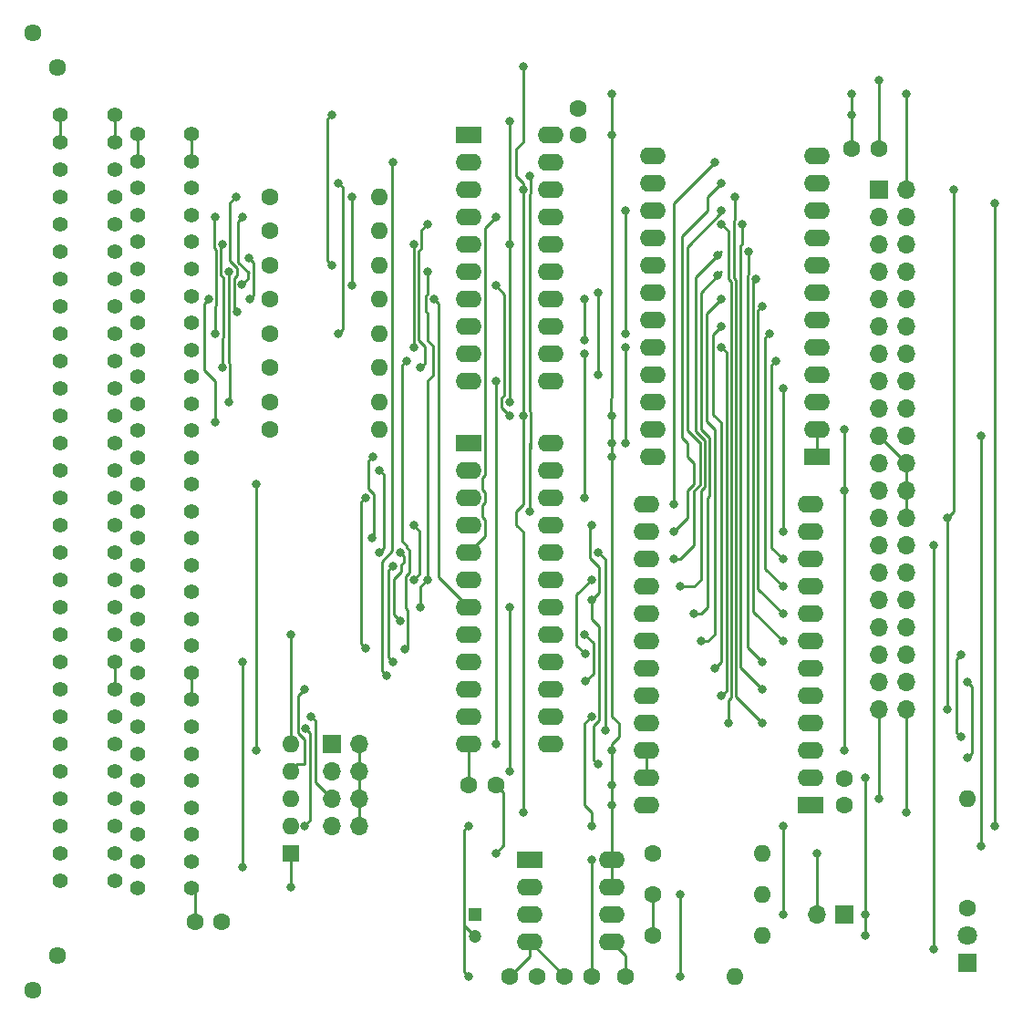
<source format=gbr>
%TF.GenerationSoftware,KiCad,Pcbnew,(5.1.10)-1*%
%TF.CreationDate,2022-02-22T06:58:16+01:00*%
%TF.ProjectId,Gide,47696465-2e6b-4696-9361-645f70636258,rev?*%
%TF.SameCoordinates,Original*%
%TF.FileFunction,Copper,L1,Top*%
%TF.FilePolarity,Positive*%
%FSLAX46Y46*%
G04 Gerber Fmt 4.6, Leading zero omitted, Abs format (unit mm)*
G04 Created by KiCad (PCBNEW (5.1.10)-1) date 2022-02-22 06:58:16*
%MOMM*%
%LPD*%
G01*
G04 APERTURE LIST*
%TA.AperFunction,ComponentPad*%
%ADD10O,1.700000X1.700000*%
%TD*%
%TA.AperFunction,ComponentPad*%
%ADD11R,1.700000X1.700000*%
%TD*%
%TA.AperFunction,ComponentPad*%
%ADD12C,1.600000*%
%TD*%
%TA.AperFunction,ComponentPad*%
%ADD13O,2.400000X1.600000*%
%TD*%
%TA.AperFunction,ComponentPad*%
%ADD14R,2.400000X1.600000*%
%TD*%
%TA.AperFunction,ComponentPad*%
%ADD15C,1.400000*%
%TD*%
%TA.AperFunction,ComponentPad*%
%ADD16C,1.610000*%
%TD*%
%TA.AperFunction,ComponentPad*%
%ADD17O,1.600000X1.600000*%
%TD*%
%TA.AperFunction,ComponentPad*%
%ADD18R,1.600000X1.600000*%
%TD*%
%TA.AperFunction,ComponentPad*%
%ADD19C,1.800000*%
%TD*%
%TA.AperFunction,ComponentPad*%
%ADD20R,1.800000X1.800000*%
%TD*%
%TA.AperFunction,ComponentPad*%
%ADD21C,1.200000*%
%TD*%
%TA.AperFunction,ComponentPad*%
%ADD22R,1.200000X1.200000*%
%TD*%
%TA.AperFunction,ViaPad*%
%ADD23C,0.800000*%
%TD*%
%TA.AperFunction,Conductor*%
%ADD24C,0.250000*%
%TD*%
G04 APERTURE END LIST*
D10*
%TO.P,J1002,40*%
%TO.N,GND*%
X184785000Y-130175000D03*
%TO.P,J1002,39*%
%TO.N,Net-(J1002-Pad39)*%
X182245000Y-130175000D03*
%TO.P,J1002,38*%
%TO.N,Net-(J1002-Pad38)*%
X184785000Y-127635000D03*
%TO.P,J1002,37*%
%TO.N,Net-(J1002-Pad37)*%
X182245000Y-127635000D03*
%TO.P,J1002,36*%
%TO.N,Net-(J1002-Pad36)*%
X184785000Y-125095000D03*
%TO.P,J1002,35*%
%TO.N,Net-(J1002-Pad35)*%
X182245000Y-125095000D03*
%TO.P,J1002,34*%
%TO.N,N/C*%
X184785000Y-122555000D03*
%TO.P,J1002,33*%
%TO.N,Net-(J1002-Pad33)*%
X182245000Y-122555000D03*
%TO.P,J1002,32*%
%TO.N,N/C*%
X184785000Y-120015000D03*
%TO.P,J1002,31*%
X182245000Y-120015000D03*
%TO.P,J1002,30*%
X184785000Y-117475000D03*
%TO.P,J1002,29*%
X182245000Y-117475000D03*
%TO.P,J1002,28*%
%TO.N,Net-(J1002-Pad28)*%
X184785000Y-114935000D03*
%TO.P,J1002,27*%
%TO.N,N/C*%
X182245000Y-114935000D03*
%TO.P,J1002,26*%
%TO.N,GND*%
X184785000Y-112395000D03*
%TO.P,J1002,25*%
%TO.N,Net-(IC1001-Pad12)*%
X182245000Y-112395000D03*
%TO.P,J1002,24*%
%TO.N,GND*%
X184785000Y-109855000D03*
%TO.P,J1002,23*%
%TO.N,Net-(IC1001-Pad16)*%
X182245000Y-109855000D03*
%TO.P,J1002,22*%
%TO.N,GND*%
X184785000Y-107315000D03*
%TO.P,J1002,21*%
%TO.N,N/C*%
X182245000Y-107315000D03*
%TO.P,J1002,20*%
%TO.N,Net-(J1002-Pad20)*%
X184785000Y-104775000D03*
%TO.P,J1002,19*%
%TO.N,GND*%
X182245000Y-104775000D03*
%TO.P,J1002,18*%
%TO.N,Net-(IC1002-Pad11)*%
X184785000Y-102235000D03*
%TO.P,J1002,17*%
%TO.N,Net-(IC1003-Pad4)*%
X182245000Y-102235000D03*
%TO.P,J1002,16*%
%TO.N,Net-(IC1002-Pad10)*%
X184785000Y-99695000D03*
%TO.P,J1002,15*%
%TO.N,Net-(IC1003-Pad5)*%
X182245000Y-99695000D03*
%TO.P,J1002,14*%
%TO.N,Net-(IC1002-Pad9)*%
X184785000Y-97155000D03*
%TO.P,J1002,13*%
%TO.N,Net-(IC1003-Pad6)*%
X182245000Y-97155000D03*
%TO.P,J1002,12*%
%TO.N,Net-(IC1002-Pad8)*%
X184785000Y-94615000D03*
%TO.P,J1002,11*%
%TO.N,Net-(IC1003-Pad7)*%
X182245000Y-94615000D03*
%TO.P,J1002,10*%
%TO.N,Net-(IC1002-Pad7)*%
X184785000Y-92075000D03*
%TO.P,J1002,9*%
%TO.N,Net-(IC1003-Pad8)*%
X182245000Y-92075000D03*
%TO.P,J1002,8*%
%TO.N,Net-(IC1002-Pad6)*%
X184785000Y-89535000D03*
%TO.P,J1002,7*%
%TO.N,Net-(IC1003-Pad9)*%
X182245000Y-89535000D03*
%TO.P,J1002,6*%
%TO.N,Net-(IC1002-Pad5)*%
X184785000Y-86995000D03*
%TO.P,J1002,5*%
%TO.N,Net-(IC1003-Pad10)*%
X182245000Y-86995000D03*
%TO.P,J1002,4*%
%TO.N,Net-(IC1002-Pad4)*%
X184785000Y-84455000D03*
%TO.P,J1002,3*%
%TO.N,Net-(IC1003-Pad11)*%
X182245000Y-84455000D03*
%TO.P,J1002,2*%
%TO.N,GND*%
X184785000Y-81915000D03*
D11*
%TO.P,J1002,1*%
%TO.N,Net-(J1002-Pad1)*%
X182245000Y-81915000D03*
%TD*%
D12*
%TO.P,C1003,2*%
%TO.N,GND*%
X179070000Y-139065000D03*
%TO.P,C1003,1*%
%TO.N,+5P*%
X179070000Y-136565000D03*
%TD*%
D13*
%TO.P,IC1003,24*%
%TO.N,+5P*%
X161290000Y-106680000D03*
%TO.P,IC1003,12*%
%TO.N,GND*%
X176530000Y-78740000D03*
%TO.P,IC1003,23*%
%TO.N,Net-(IC1001-Pad18)*%
X161290000Y-104140000D03*
%TO.P,IC1003,11*%
%TO.N,Net-(IC1003-Pad11)*%
X176530000Y-81280000D03*
%TO.P,IC1003,22*%
%TO.N,Net-(IC1001-Pad15)*%
X161290000Y-101600000D03*
%TO.P,IC1003,10*%
%TO.N,Net-(IC1003-Pad10)*%
X176530000Y-83820000D03*
%TO.P,IC1003,21*%
%TO.N,Net-(IC1001-Pad14)*%
X161290000Y-99060000D03*
%TO.P,IC1003,9*%
%TO.N,Net-(IC1003-Pad9)*%
X176530000Y-86360000D03*
%TO.P,IC1003,20*%
%TO.N,Net-(IC1002-Pad20)*%
X161290000Y-96520000D03*
%TO.P,IC1003,8*%
%TO.N,Net-(IC1003-Pad8)*%
X176530000Y-88900000D03*
%TO.P,IC1003,19*%
%TO.N,Net-(IC1002-Pad19)*%
X161290000Y-93980000D03*
%TO.P,IC1003,7*%
%TO.N,Net-(IC1003-Pad7)*%
X176530000Y-91440000D03*
%TO.P,IC1003,18*%
%TO.N,Net-(IC1002-Pad18)*%
X161290000Y-91440000D03*
%TO.P,IC1003,6*%
%TO.N,Net-(IC1003-Pad6)*%
X176530000Y-93980000D03*
%TO.P,IC1003,17*%
%TO.N,Net-(IC1002-Pad17)*%
X161290000Y-88900000D03*
%TO.P,IC1003,5*%
%TO.N,Net-(IC1003-Pad5)*%
X176530000Y-96520000D03*
%TO.P,IC1003,16*%
%TO.N,Net-(IC1002-Pad16)*%
X161290000Y-86360000D03*
%TO.P,IC1003,4*%
%TO.N,Net-(IC1003-Pad4)*%
X176530000Y-99060000D03*
%TO.P,IC1003,15*%
%TO.N,Net-(IC1002-Pad15)*%
X161290000Y-83820000D03*
%TO.P,IC1003,3*%
%TO.N,Net-(IC1001-Pad16)*%
X176530000Y-101600000D03*
%TO.P,IC1003,14*%
%TO.N,Net-(IC1002-Pad14)*%
X161290000Y-81280000D03*
%TO.P,IC1003,2*%
%TO.N,GND*%
X176530000Y-104140000D03*
%TO.P,IC1003,13*%
%TO.N,Net-(IC1002-Pad13)*%
X161290000Y-78740000D03*
D14*
%TO.P,IC1003,1*%
%TO.N,GND*%
X176530000Y-106680000D03*
%TD*%
D13*
%TO.P,IC1002,24*%
%TO.N,+5P*%
X160655000Y-139065000D03*
%TO.P,IC1002,12*%
%TO.N,GND*%
X175895000Y-111125000D03*
%TO.P,IC1002,23*%
X160655000Y-136525000D03*
%TO.P,IC1002,11*%
%TO.N,Net-(IC1002-Pad11)*%
X175895000Y-113665000D03*
%TO.P,IC1002,22*%
%TO.N,GND*%
X160655000Y-133985000D03*
%TO.P,IC1002,10*%
%TO.N,Net-(IC1002-Pad10)*%
X175895000Y-116205000D03*
%TO.P,IC1002,21*%
%TO.N,Net-(IC1001-Pad17)*%
X160655000Y-131445000D03*
%TO.P,IC1002,9*%
%TO.N,Net-(IC1002-Pad9)*%
X175895000Y-118745000D03*
%TO.P,IC1002,20*%
%TO.N,Net-(IC1002-Pad20)*%
X160655000Y-128905000D03*
%TO.P,IC1002,8*%
%TO.N,Net-(IC1002-Pad8)*%
X175895000Y-121285000D03*
%TO.P,IC1002,19*%
%TO.N,Net-(IC1002-Pad19)*%
X160655000Y-126365000D03*
%TO.P,IC1002,7*%
%TO.N,Net-(IC1002-Pad7)*%
X175895000Y-123825000D03*
%TO.P,IC1002,18*%
%TO.N,Net-(IC1002-Pad18)*%
X160655000Y-123825000D03*
%TO.P,IC1002,6*%
%TO.N,Net-(IC1002-Pad6)*%
X175895000Y-126365000D03*
%TO.P,IC1002,17*%
%TO.N,Net-(IC1002-Pad17)*%
X160655000Y-121285000D03*
%TO.P,IC1002,5*%
%TO.N,Net-(IC1002-Pad5)*%
X175895000Y-128905000D03*
%TO.P,IC1002,16*%
%TO.N,Net-(IC1002-Pad16)*%
X160655000Y-118745000D03*
%TO.P,IC1002,4*%
%TO.N,Net-(IC1002-Pad4)*%
X175895000Y-131445000D03*
%TO.P,IC1002,15*%
%TO.N,Net-(IC1002-Pad15)*%
X160655000Y-116205000D03*
%TO.P,IC1002,3*%
%TO.N,Net-(IC1001-Pad16)*%
X175895000Y-133985000D03*
%TO.P,IC1002,14*%
%TO.N,Net-(IC1002-Pad14)*%
X160655000Y-113665000D03*
%TO.P,IC1002,2*%
%TO.N,+5P*%
X175895000Y-136525000D03*
%TO.P,IC1002,13*%
%TO.N,Net-(IC1002-Pad13)*%
X160655000Y-111125000D03*
D14*
%TO.P,IC1002,1*%
%TO.N,Net-(IC1001-Pad18)*%
X175895000Y-139065000D03*
%TD*%
D12*
%TO.P,C1008,2*%
%TO.N,GND*%
X179745000Y-78105000D03*
%TO.P,C1008,1*%
%TO.N,+5P*%
X182245000Y-78105000D03*
%TD*%
D15*
%TO.P,X1001,A03*%
%TO.N,Net-(X1001-PadA03)*%
X106273600Y-80010000D03*
%TO.P,X1001,A29*%
%TO.N,+5P*%
X113465000Y-146760000D03*
%TO.P,X1001,A28*%
%TO.N,Net-(X1001-PadA28)*%
X113465000Y-144260000D03*
%TO.P,X1001,A27*%
%TO.N,Net-(X1001-PadA27)*%
X113465000Y-141760000D03*
%TO.P,X1001,A26*%
%TO.N,Net-(X1001-PadA26)*%
X113465000Y-139260000D03*
%TO.P,X1001,A25*%
%TO.N,Net-(X1001-PadA25)*%
X113465000Y-136760000D03*
%TO.P,X1001,A24*%
%TO.N,Net-(X1001-PadA24)*%
X113465000Y-134260000D03*
%TO.P,X1001,A23*%
%TO.N,Net-(X1001-PadA23)*%
X113465000Y-131760000D03*
%TO.P,X1001,A22*%
%TO.N,Net-(X1001-PadA22)*%
X113465000Y-129260000D03*
%TO.P,X1001,A21*%
%TO.N,Net-(IC1001-Pad3)*%
X113465000Y-126760000D03*
%TO.P,X1001,A20*%
%TO.N,Net-(U1002-Pad2)*%
X113465000Y-124260000D03*
%TO.P,X1001,A19*%
%TO.N,Net-(IC1001-Pad2)*%
X113465000Y-121760000D03*
%TO.P,X1001,A18*%
%TO.N,Net-(IC1001-Pad6)*%
X113465000Y-119260000D03*
%TO.P,X1001,A17*%
%TO.N,Net-(U1001-Pad4)*%
X113465000Y-116760000D03*
%TO.P,X1001,A16*%
%TO.N,Net-(U1001-Pad2)*%
X113465000Y-114260000D03*
%TO.P,X1001,A15*%
%TO.N,Net-(X1001-PadA15)*%
X113465000Y-111760000D03*
%TO.P,X1001,A14*%
%TO.N,Net-(X1001-PadA14)*%
X113465000Y-109260000D03*
%TO.P,X1001,A13*%
%TO.N,Net-(X1001-PadA13)*%
X113465000Y-106760000D03*
%TO.P,X1001,A12*%
%TO.N,Net-(X1001-PadA12)*%
X113465000Y-104260000D03*
%TO.P,X1001,A11*%
%TO.N,Net-(X1001-PadA11)*%
X113465000Y-101760000D03*
%TO.P,X1001,A10*%
%TO.N,Net-(X1001-PadA10)*%
X113465000Y-99260000D03*
%TO.P,X1001,A09*%
%TO.N,Net-(X1001-PadA09)*%
X113465000Y-96760000D03*
%TO.P,X1001,A08*%
%TO.N,Net-(IC1001-Pad5)*%
X113465000Y-94260000D03*
%TO.P,X1001,A07*%
%TO.N,Net-(R1006-Pad1)*%
X113465000Y-91760000D03*
%TO.P,X1001,A06*%
%TO.N,Net-(R1007-Pad1)*%
X113465000Y-89260000D03*
%TO.P,X1001,A05*%
%TO.N,Net-(R1008-Pad1)*%
X113465000Y-86760000D03*
%TO.P,X1001,A04*%
%TO.N,Net-(R1009-Pad1)*%
X113465000Y-84260000D03*
%TO.P,X1001,A03*%
%TO.N,Net-(X1001-PadA03)*%
X113465000Y-81760000D03*
%TO.P,X1001,A02*%
%TO.N,Net-(X1001-PadA01)*%
X113465000Y-79260000D03*
%TO.P,X1001,A01*%
X113465000Y-76760000D03*
%TO.P,X1001,C29*%
%TO.N,+5P*%
X118465000Y-146760000D03*
%TO.P,X1001,C28*%
%TO.N,Net-(X1001-PadC28)*%
X118465000Y-144260000D03*
%TO.P,X1001,C27*%
%TO.N,Net-(X1001-PadA27)*%
X118465000Y-141760000D03*
%TO.P,X1001,C26*%
%TO.N,Net-(X1001-PadC26)*%
X118465000Y-139260000D03*
%TO.P,X1001,C25*%
%TO.N,Net-(X1001-PadC25)*%
X118465000Y-136760000D03*
%TO.P,X1001,C24*%
%TO.N,Net-(U1001-Pad23)*%
X118465000Y-134260000D03*
%TO.P,X1001,C23*%
%TO.N,Net-(X1001-PadC23)*%
X118465000Y-131760000D03*
%TO.P,X1001,C22*%
%TO.N,Net-(X1001-PadA01)*%
X118465000Y-129260000D03*
%TO.P,X1001,C21*%
X118465000Y-126760000D03*
%TO.P,X1001,C20*%
%TO.N,Net-(X1001-PadC20)*%
X118465000Y-124260000D03*
%TO.P,X1001,C19*%
%TO.N,Net-(IC1001-Pad4)*%
X118465000Y-121760000D03*
%TO.P,X1001,C18*%
%TO.N,Net-(IC1001-Pad7)*%
X118465000Y-119260000D03*
%TO.P,X1001,C17*%
%TO.N,Net-(U1001-Pad9)*%
X118465000Y-116760000D03*
%TO.P,X1001,C16*%
%TO.N,Net-(U1001-Pad1)*%
X118465000Y-114260000D03*
%TO.P,X1001,C15*%
%TO.N,Net-(X1001-PadC15)*%
X118465000Y-111760000D03*
%TO.P,X1001,C14*%
%TO.N,Net-(X1001-PadC14)*%
X118465000Y-109260000D03*
%TO.P,X1001,C13*%
%TO.N,Net-(X1001-PadC13)*%
X118465000Y-106760000D03*
%TO.P,X1001,C12*%
%TO.N,Net-(X1001-PadC12)*%
X118465000Y-104260000D03*
%TO.P,X1001,C11*%
%TO.N,Net-(X1001-PadC11)*%
X118465000Y-101760000D03*
%TO.P,X1001,C10*%
%TO.N,Net-(X1001-PadA10)*%
X118465000Y-99260000D03*
%TO.P,X1001,C09*%
%TO.N,Net-(X1001-PadC09)*%
X118465000Y-96760000D03*
%TO.P,X1001,C08*%
%TO.N,Net-(IC1001-Pad8)*%
X118465000Y-94260000D03*
%TO.P,X1001,C07*%
%TO.N,Net-(R1002-Pad1)*%
X118465000Y-91760000D03*
%TO.P,X1001,C06*%
%TO.N,Net-(R1003-Pad1)*%
X118465000Y-89260000D03*
%TO.P,X1001,C05*%
%TO.N,Net-(R1004-Pad1)*%
X118465000Y-86760000D03*
%TO.P,X1001,C04*%
%TO.N,Net-(R1005-Pad1)*%
X118465000Y-84260000D03*
%TO.P,X1001,C03*%
%TO.N,Net-(X1001-PadC03)*%
X118465000Y-81760000D03*
%TO.P,X1001,C02*%
%TO.N,Net-(X1001-PadA01)*%
X118465000Y-79260000D03*
%TO.P,X1001,C01*%
X118465000Y-76760000D03*
D16*
%TO.P,X1001,*%
%TO.N,*%
X105965000Y-153010000D03*
X105965000Y-70510000D03*
D15*
%TO.P,X1001,C29*%
%TO.N,+5P*%
X111353600Y-146050000D03*
%TO.P,X1001,C28*%
%TO.N,Net-(X1001-PadC28)*%
X111353600Y-143510000D03*
%TO.P,X1001,C27*%
%TO.N,Net-(X1001-PadA27)*%
X111353600Y-140970000D03*
%TO.P,X1001,C26*%
%TO.N,Net-(X1001-PadC26)*%
X111353600Y-138430000D03*
%TO.P,X1001,C25*%
%TO.N,Net-(X1001-PadC25)*%
X111353600Y-135890000D03*
%TO.P,X1001,C24*%
%TO.N,Net-(U1001-Pad23)*%
X111353600Y-133350000D03*
%TO.P,X1001,C23*%
%TO.N,Net-(X1001-PadC23)*%
X111353600Y-130810000D03*
%TO.P,X1001,C22*%
%TO.N,Net-(X1001-PadA01)*%
X111353600Y-128270000D03*
%TO.P,X1001,C21*%
X111353600Y-125730000D03*
%TO.P,X1001,C20*%
%TO.N,Net-(X1001-PadC20)*%
X111353600Y-123190000D03*
%TO.P,X1001,C19*%
%TO.N,Net-(IC1001-Pad4)*%
X111353600Y-120650000D03*
%TO.P,X1001,C18*%
%TO.N,Net-(IC1001-Pad7)*%
X111353600Y-118110000D03*
%TO.P,X1001,C17*%
%TO.N,Net-(U1001-Pad9)*%
X111353600Y-115570000D03*
%TO.P,X1001,C16*%
%TO.N,Net-(U1001-Pad1)*%
X111353600Y-113030000D03*
%TO.P,X1001,C15*%
%TO.N,Net-(X1001-PadC15)*%
X111353600Y-110490000D03*
%TO.P,X1001,C14*%
%TO.N,Net-(X1001-PadC14)*%
X111353600Y-107950000D03*
%TO.P,X1001,C13*%
%TO.N,Net-(X1001-PadC13)*%
X111353600Y-105410000D03*
%TO.P,X1001,C12*%
%TO.N,Net-(X1001-PadC12)*%
X111353600Y-102870000D03*
%TO.P,X1001,C11*%
%TO.N,Net-(X1001-PadC11)*%
X111353600Y-100330000D03*
%TO.P,X1001,C10*%
%TO.N,Net-(X1001-PadA10)*%
X111353600Y-97790000D03*
%TO.P,X1001,C09*%
%TO.N,Net-(X1001-PadC09)*%
X111353600Y-95250000D03*
%TO.P,X1001,C08*%
%TO.N,Net-(IC1001-Pad8)*%
X111353600Y-92710000D03*
%TO.P,X1001,C07*%
%TO.N,Net-(R1002-Pad1)*%
X111353600Y-90170000D03*
%TO.P,X1001,C06*%
%TO.N,Net-(R1003-Pad1)*%
X111353600Y-87630000D03*
%TO.P,X1001,C05*%
%TO.N,Net-(R1004-Pad1)*%
X111353600Y-85090000D03*
%TO.P,X1001,C04*%
%TO.N,Net-(R1005-Pad1)*%
X111353600Y-82550000D03*
%TO.P,X1001,C03*%
%TO.N,Net-(X1001-PadC03)*%
X111353600Y-80010000D03*
%TO.P,X1001,C02*%
%TO.N,Net-(X1001-PadA01)*%
X111353600Y-77470000D03*
%TO.P,X1001,C01*%
X111353600Y-74930000D03*
%TO.P,X1001,A29*%
%TO.N,+5P*%
X106273600Y-146050000D03*
%TO.P,X1001,A28*%
%TO.N,Net-(X1001-PadA28)*%
X106273600Y-143510000D03*
%TO.P,X1001,A27*%
%TO.N,Net-(X1001-PadA27)*%
X106273600Y-140970000D03*
%TO.P,X1001,A26*%
%TO.N,Net-(X1001-PadA26)*%
X106273600Y-138430000D03*
%TO.P,X1001,A25*%
%TO.N,Net-(X1001-PadA25)*%
X106273600Y-135890000D03*
%TO.P,X1001,A24*%
%TO.N,Net-(X1001-PadA24)*%
X106273600Y-133350000D03*
%TO.P,X1001,A23*%
%TO.N,Net-(X1001-PadA23)*%
X106273600Y-130810000D03*
%TO.P,X1001,A22*%
%TO.N,Net-(X1001-PadA22)*%
X106273600Y-128270000D03*
%TO.P,X1001,A21*%
%TO.N,Net-(IC1001-Pad3)*%
X106273600Y-125730000D03*
%TO.P,X1001,A20*%
%TO.N,Net-(U1002-Pad2)*%
X106273600Y-123190000D03*
%TO.P,X1001,A19*%
%TO.N,Net-(IC1001-Pad2)*%
X106273600Y-120650000D03*
%TO.P,X1001,A18*%
%TO.N,Net-(IC1001-Pad6)*%
X106273600Y-118110000D03*
%TO.P,X1001,A17*%
%TO.N,Net-(U1001-Pad4)*%
X106273600Y-115570000D03*
%TO.P,X1001,A16*%
%TO.N,Net-(U1001-Pad2)*%
X106273600Y-113030000D03*
%TO.P,X1001,A15*%
%TO.N,Net-(X1001-PadA15)*%
X106273600Y-110490000D03*
%TO.P,X1001,A14*%
%TO.N,Net-(X1001-PadA14)*%
X106273600Y-107950000D03*
%TO.P,X1001,A13*%
%TO.N,Net-(X1001-PadA13)*%
X106273600Y-105410000D03*
%TO.P,X1001,A12*%
%TO.N,Net-(X1001-PadA12)*%
X106273600Y-102870000D03*
%TO.P,X1001,A11*%
%TO.N,Net-(X1001-PadA11)*%
X106273600Y-100330000D03*
%TO.P,X1001,A10*%
%TO.N,Net-(X1001-PadA10)*%
X106273600Y-97790000D03*
%TO.P,X1001,A09*%
%TO.N,Net-(X1001-PadA09)*%
X106273600Y-95250000D03*
%TO.P,X1001,A08*%
%TO.N,Net-(IC1001-Pad5)*%
X106273600Y-92710000D03*
%TO.P,X1001,A07*%
%TO.N,Net-(R1006-Pad1)*%
X106273600Y-90170000D03*
%TO.P,X1001,A06*%
%TO.N,Net-(R1007-Pad1)*%
X106273600Y-87630000D03*
%TO.P,X1001,A05*%
%TO.N,Net-(R1008-Pad1)*%
X106273600Y-85090000D03*
%TO.P,X1001,A04*%
%TO.N,Net-(R1009-Pad1)*%
X106273600Y-82550000D03*
%TO.P,X1001,A02*%
%TO.N,Net-(X1001-PadA01)*%
X106273600Y-77470000D03*
%TO.P,X1001,A01*%
X106273600Y-74930000D03*
D16*
%TO.P,X1001,*%
%TO.N,*%
X103733600Y-156210000D03*
X103733600Y-67310000D03*
%TD*%
D10*
%TO.P,J1003,2*%
%TO.N,Net-(J1002-Pad20)*%
X176530000Y-149225000D03*
D11*
%TO.P,J1003,1*%
%TO.N,+5P*%
X179070000Y-149225000D03*
%TD*%
D12*
%TO.P,C1007,2*%
%TO.N,GND*%
X154305000Y-74335000D03*
%TO.P,C1007,1*%
%TO.N,+5P*%
X154305000Y-76835000D03*
%TD*%
%TO.P,C1006,2*%
%TO.N,GND*%
X147995000Y-154940000D03*
%TO.P,C1006,1*%
%TO.N,+5P*%
X150495000Y-154940000D03*
%TD*%
%TO.P,C1005,2*%
%TO.N,GND*%
X121245000Y-149860000D03*
%TO.P,C1005,1*%
%TO.N,+5P*%
X118745000Y-149860000D03*
%TD*%
%TO.P,C1004,2*%
%TO.N,GND*%
X144185000Y-137160000D03*
%TO.P,C1004,1*%
%TO.N,+5P*%
X146685000Y-137160000D03*
%TD*%
D13*
%TO.P,U1002,8*%
%TO.N,+5P*%
X157480000Y-144145000D03*
%TO.P,U1002,4*%
%TO.N,GND*%
X149860000Y-151765000D03*
%TO.P,U1002,7*%
%TO.N,+5P*%
X157480000Y-146685000D03*
%TO.P,U1002,3*%
%TO.N,Net-(C1001-Pad1)*%
X149860000Y-149225000D03*
%TO.P,U1002,6*%
%TO.N,Net-(J1002-Pad1)*%
X157480000Y-149225000D03*
%TO.P,U1002,2*%
%TO.N,Net-(U1002-Pad2)*%
X149860000Y-146685000D03*
%TO.P,U1002,5*%
%TO.N,Net-(R1010-Pad2)*%
X157480000Y-151765000D03*
D14*
%TO.P,U1002,1*%
%TO.N,Net-(C1002-Pad1)*%
X149860000Y-144145000D03*
%TD*%
D13*
%TO.P,U1001,24*%
%TO.N,+5P*%
X151765000Y-105410000D03*
%TO.P,U1001,12*%
%TO.N,GND*%
X144145000Y-133350000D03*
%TO.P,U1001,23*%
%TO.N,Net-(U1001-Pad23)*%
X151765000Y-107950000D03*
%TO.P,U1001,11*%
%TO.N,Net-(J1001-Pad5)*%
X144145000Y-130810000D03*
%TO.P,U1001,22*%
%TO.N,N/C*%
X151765000Y-110490000D03*
%TO.P,U1001,10*%
%TO.N,Net-(J1001-Pad3)*%
X144145000Y-128270000D03*
%TO.P,U1001,21*%
%TO.N,Net-(J1002-Pad33)*%
X151765000Y-113030000D03*
%TO.P,U1001,9*%
%TO.N,Net-(U1001-Pad9)*%
X144145000Y-125730000D03*
%TO.P,U1001,20*%
%TO.N,Net-(J1002-Pad36)*%
X151765000Y-115570000D03*
%TO.P,U1001,8*%
%TO.N,Net-(J1001-Pad1)*%
X144145000Y-123190000D03*
%TO.P,U1001,19*%
%TO.N,Net-(J1002-Pad35)*%
X151765000Y-118110000D03*
%TO.P,U1001,7*%
%TO.N,Net-(IC1001-Pad7)*%
X144145000Y-120650000D03*
%TO.P,U1001,18*%
%TO.N,Net-(J1002-Pad38)*%
X151765000Y-120650000D03*
%TO.P,U1001,6*%
%TO.N,Net-(IC1001-Pad6)*%
X144145000Y-118110000D03*
%TO.P,U1001,17*%
%TO.N,Net-(J1002-Pad37)*%
X151765000Y-123190000D03*
%TO.P,U1001,5*%
%TO.N,Net-(IC1001-Pad4)*%
X144145000Y-115570000D03*
%TO.P,U1001,16*%
%TO.N,Net-(IC1001-Pad9)*%
X151765000Y-125730000D03*
%TO.P,U1001,4*%
%TO.N,Net-(U1001-Pad4)*%
X144145000Y-113030000D03*
%TO.P,U1001,15*%
%TO.N,N/C*%
X151765000Y-128270000D03*
%TO.P,U1001,3*%
%TO.N,Net-(IC1001-Pad2)*%
X144145000Y-110490000D03*
%TO.P,U1001,14*%
%TO.N,Net-(R1001-Pad1)*%
X151765000Y-130810000D03*
%TO.P,U1001,2*%
%TO.N,Net-(U1001-Pad2)*%
X144145000Y-107950000D03*
%TO.P,U1001,13*%
%TO.N,Net-(J1001-Pad7)*%
X151765000Y-133350000D03*
D14*
%TO.P,U1001,1*%
%TO.N,Net-(U1001-Pad1)*%
X144145000Y-105410000D03*
%TD*%
D17*
%TO.P,RN1001,5*%
%TO.N,Net-(J1001-Pad1)*%
X127635000Y-133350000D03*
%TO.P,RN1001,4*%
%TO.N,Net-(J1001-Pad3)*%
X127635000Y-135890000D03*
%TO.P,RN1001,3*%
%TO.N,Net-(J1001-Pad5)*%
X127635000Y-138430000D03*
%TO.P,RN1001,2*%
%TO.N,Net-(J1001-Pad7)*%
X127635000Y-140970000D03*
D18*
%TO.P,RN1001,1*%
%TO.N,+5P*%
X127635000Y-143510000D03*
%TD*%
D17*
%TO.P,R1013,2*%
%TO.N,Net-(J1002-Pad39)*%
X190500000Y-138430000D03*
D12*
%TO.P,R1013,1*%
%TO.N,Net-(D1001-Pad1)*%
X190500000Y-148590000D03*
%TD*%
D17*
%TO.P,R1012,2*%
%TO.N,Net-(J1002-Pad28)*%
X171450000Y-151130000D03*
D12*
%TO.P,R1012,1*%
%TO.N,+5P*%
X161290000Y-151130000D03*
%TD*%
D17*
%TO.P,R1011,2*%
%TO.N,GND*%
X168910000Y-154940000D03*
D12*
%TO.P,R1011,1*%
%TO.N,Net-(R1010-Pad2)*%
X158750000Y-154940000D03*
%TD*%
D17*
%TO.P,R1010,2*%
%TO.N,Net-(R1010-Pad2)*%
X171450000Y-147320000D03*
D12*
%TO.P,R1010,1*%
%TO.N,+5P*%
X161290000Y-147320000D03*
%TD*%
D17*
%TO.P,R1009,2*%
%TO.N,Net-(IC1002-Pad13)*%
X135890000Y-88900000D03*
D12*
%TO.P,R1009,1*%
%TO.N,Net-(R1009-Pad1)*%
X125730000Y-88900000D03*
%TD*%
D17*
%TO.P,R1008,2*%
%TO.N,Net-(IC1002-Pad15)*%
X135890000Y-92075000D03*
D12*
%TO.P,R1008,1*%
%TO.N,Net-(R1008-Pad1)*%
X125730000Y-92075000D03*
%TD*%
D17*
%TO.P,R1007,2*%
%TO.N,Net-(IC1002-Pad17)*%
X135890000Y-85725000D03*
D12*
%TO.P,R1007,1*%
%TO.N,Net-(R1007-Pad1)*%
X125730000Y-85725000D03*
%TD*%
D17*
%TO.P,R1006,2*%
%TO.N,Net-(IC1002-Pad19)*%
X135890000Y-82550000D03*
D12*
%TO.P,R1006,1*%
%TO.N,Net-(R1006-Pad1)*%
X125730000Y-82550000D03*
%TD*%
D17*
%TO.P,R1005,2*%
%TO.N,Net-(IC1002-Pad14)*%
X135890000Y-95250000D03*
D12*
%TO.P,R1005,1*%
%TO.N,Net-(R1005-Pad1)*%
X125730000Y-95250000D03*
%TD*%
D17*
%TO.P,R1004,2*%
%TO.N,Net-(IC1002-Pad16)*%
X135890000Y-98425000D03*
D12*
%TO.P,R1004,1*%
%TO.N,Net-(R1004-Pad1)*%
X125730000Y-98425000D03*
%TD*%
D17*
%TO.P,R1003,2*%
%TO.N,Net-(IC1002-Pad18)*%
X135890000Y-101600000D03*
D12*
%TO.P,R1003,1*%
%TO.N,Net-(R1003-Pad1)*%
X125730000Y-101600000D03*
%TD*%
D17*
%TO.P,R1002,2*%
%TO.N,Net-(IC1002-Pad20)*%
X135890000Y-104140000D03*
D12*
%TO.P,R1002,1*%
%TO.N,Net-(R1002-Pad1)*%
X125730000Y-104140000D03*
%TD*%
D17*
%TO.P,R1001,2*%
%TO.N,Net-(J1002-Pad20)*%
X171450000Y-143510000D03*
D12*
%TO.P,R1001,1*%
%TO.N,Net-(R1001-Pad1)*%
X161290000Y-143510000D03*
%TD*%
D10*
%TO.P,J1001,8*%
%TO.N,GND*%
X133985000Y-140970000D03*
%TO.P,J1001,7*%
%TO.N,Net-(J1001-Pad7)*%
X131445000Y-140970000D03*
%TO.P,J1001,6*%
%TO.N,GND*%
X133985000Y-138430000D03*
%TO.P,J1001,5*%
%TO.N,Net-(J1001-Pad5)*%
X131445000Y-138430000D03*
%TO.P,J1001,4*%
%TO.N,GND*%
X133985000Y-135890000D03*
%TO.P,J1001,3*%
%TO.N,Net-(J1001-Pad3)*%
X131445000Y-135890000D03*
%TO.P,J1001,2*%
%TO.N,GND*%
X133985000Y-133350000D03*
D11*
%TO.P,J1001,1*%
%TO.N,Net-(J1001-Pad1)*%
X131445000Y-133350000D03*
%TD*%
D13*
%TO.P,IC1001,20*%
%TO.N,+5P*%
X151765000Y-76835000D03*
%TO.P,IC1001,10*%
%TO.N,GND*%
X144145000Y-99695000D03*
%TO.P,IC1001,19*%
%TO.N,Net-(IC1001-Pad1)*%
X151765000Y-79375000D03*
%TO.P,IC1001,9*%
%TO.N,Net-(IC1001-Pad9)*%
X144145000Y-97155000D03*
%TO.P,IC1001,18*%
%TO.N,Net-(IC1001-Pad18)*%
X151765000Y-81915000D03*
%TO.P,IC1001,8*%
%TO.N,Net-(IC1001-Pad8)*%
X144145000Y-94615000D03*
%TO.P,IC1001,17*%
%TO.N,Net-(IC1001-Pad17)*%
X151765000Y-84455000D03*
%TO.P,IC1001,7*%
%TO.N,Net-(IC1001-Pad7)*%
X144145000Y-92075000D03*
%TO.P,IC1001,16*%
%TO.N,Net-(IC1001-Pad16)*%
X151765000Y-86995000D03*
%TO.P,IC1001,6*%
%TO.N,Net-(IC1001-Pad6)*%
X144145000Y-89535000D03*
%TO.P,IC1001,15*%
%TO.N,Net-(IC1001-Pad15)*%
X151765000Y-89535000D03*
%TO.P,IC1001,5*%
%TO.N,Net-(IC1001-Pad5)*%
X144145000Y-86995000D03*
%TO.P,IC1001,14*%
%TO.N,Net-(IC1001-Pad14)*%
X151765000Y-92075000D03*
%TO.P,IC1001,4*%
%TO.N,Net-(IC1001-Pad4)*%
X144145000Y-84455000D03*
%TO.P,IC1001,13*%
%TO.N,N/C*%
X151765000Y-94615000D03*
%TO.P,IC1001,3*%
%TO.N,Net-(IC1001-Pad3)*%
X144145000Y-81915000D03*
%TO.P,IC1001,12*%
%TO.N,Net-(IC1001-Pad12)*%
X151765000Y-97155000D03*
%TO.P,IC1001,2*%
%TO.N,Net-(IC1001-Pad2)*%
X144145000Y-79375000D03*
%TO.P,IC1001,11*%
%TO.N,GND*%
X151765000Y-99695000D03*
D14*
%TO.P,IC1001,1*%
%TO.N,Net-(IC1001-Pad1)*%
X144145000Y-76835000D03*
%TD*%
D19*
%TO.P,D1001,2*%
%TO.N,+5P*%
X190500000Y-151130000D03*
D20*
%TO.P,D1001,1*%
%TO.N,Net-(D1001-Pad1)*%
X190500000Y-153670000D03*
%TD*%
D12*
%TO.P,C1002,2*%
%TO.N,GND*%
X153075000Y-154940000D03*
%TO.P,C1002,1*%
%TO.N,Net-(C1002-Pad1)*%
X155575000Y-154940000D03*
%TD*%
D21*
%TO.P,C1001,2*%
%TO.N,GND*%
X144780000Y-151225000D03*
D22*
%TO.P,C1001,1*%
%TO.N,Net-(C1001-Pad1)*%
X144780000Y-149225000D03*
%TD*%
D23*
%TO.N,GND*%
X144145000Y-140970000D03*
X188595000Y-130175000D03*
X188595000Y-112395000D03*
X184785000Y-73025000D03*
X146685000Y-99695000D03*
X146685000Y-133350000D03*
X144145000Y-154940000D03*
X179705000Y-74930000D03*
X179705000Y-73025000D03*
X184785000Y-139700000D03*
X189230000Y-81915000D03*
%TO.N,Net-(C1002-Pad1)*%
X155575000Y-144145000D03*
%TO.N,+5P*%
X127635000Y-146685000D03*
X157480000Y-133985000D03*
X146685000Y-143510000D03*
X157480000Y-137160000D03*
X157480000Y-105410000D03*
X157480000Y-102870000D03*
X157480000Y-73025000D03*
X157480000Y-76835000D03*
X182245000Y-71755000D03*
X157480000Y-139065000D03*
X157480000Y-106680000D03*
X180975000Y-136525000D03*
X180975000Y-149225000D03*
X180975000Y-151130000D03*
%TO.N,Net-(IC1001-Pad9)*%
X138285010Y-124604990D03*
X138430000Y-97790000D03*
%TO.N,Net-(IC1001-Pad18)*%
X149225000Y-81915000D03*
X149225000Y-70485000D03*
X149225000Y-139700000D03*
X149225000Y-102870000D03*
%TO.N,Net-(IC1001-Pad17)*%
X168275000Y-131445000D03*
X167640000Y-85090000D03*
%TO.N,Net-(IC1001-Pad7)*%
X140970000Y-92075000D03*
%TO.N,Net-(IC1001-Pad16)*%
X147955000Y-86995000D03*
X147955000Y-75565000D03*
X147955000Y-101600000D03*
X179070000Y-104140000D03*
X179070000Y-109855000D03*
X179070000Y-133985000D03*
%TO.N,Net-(IC1001-Pad6)*%
X140335000Y-118110000D03*
X139700000Y-120650000D03*
X140335000Y-89535000D03*
%TO.N,Net-(IC1001-Pad15)*%
X147955000Y-102870000D03*
X146685000Y-90805000D03*
%TO.N,Net-(IC1001-Pad5)*%
X139065000Y-96520000D03*
X139065000Y-86995000D03*
%TO.N,Net-(IC1001-Pad14)*%
X154940000Y-92075000D03*
X154940000Y-95885000D03*
%TO.N,Net-(IC1001-Pad4)*%
X137795000Y-121920000D03*
X137795000Y-115570000D03*
X146685000Y-84455000D03*
%TO.N,Net-(IC1001-Pad3)*%
X136525000Y-127000000D03*
X137160000Y-79375000D03*
%TO.N,Net-(IC1001-Pad12)*%
X154940000Y-97155000D03*
X154940000Y-110490000D03*
%TO.N,Net-(IC1001-Pad2)*%
X134620000Y-124460000D03*
X134620000Y-110490000D03*
X149860000Y-111760000D03*
X149860000Y-80645000D03*
%TO.N,Net-(IC1002-Pad11)*%
X173355000Y-100330000D03*
X173355000Y-113665000D03*
%TO.N,Net-(IC1002-Pad10)*%
X172720000Y-97790000D03*
X173355000Y-116205000D03*
%TO.N,Net-(IC1002-Pad9)*%
X172085000Y-95250000D03*
X173355000Y-118745000D03*
%TO.N,Net-(IC1002-Pad20)*%
X167640000Y-128905000D03*
X167640000Y-96520000D03*
X158750000Y-96520000D03*
X158750000Y-105410000D03*
%TO.N,Net-(IC1002-Pad8)*%
X171450000Y-92710000D03*
X173355000Y-121285000D03*
%TO.N,Net-(IC1002-Pad19)*%
X167005000Y-126365000D03*
X167640000Y-94615000D03*
X133350000Y-82550000D03*
X133350000Y-90805000D03*
%TO.N,Net-(IC1002-Pad7)*%
X170815000Y-90170000D03*
X173355000Y-123825000D03*
%TO.N,Net-(IC1002-Pad18)*%
X165735000Y-123825000D03*
X167640000Y-92075000D03*
X156210000Y-91440000D03*
X156210000Y-99060000D03*
%TO.N,Net-(IC1002-Pad6)*%
X170180000Y-87630000D03*
X171450000Y-125730000D03*
%TO.N,Net-(IC1002-Pad17)*%
X165100000Y-121285000D03*
X167322500Y-89852500D03*
%TO.N,Net-(IC1002-Pad5)*%
X169545000Y-85090000D03*
X171450000Y-128270000D03*
%TO.N,Net-(IC1002-Pad16)*%
X163830000Y-118745000D03*
X167322500Y-87947500D03*
X140335000Y-85090000D03*
X139700000Y-98425000D03*
%TO.N,Net-(IC1002-Pad4)*%
X168910000Y-82550000D03*
X171450000Y-131445000D03*
%TO.N,Net-(IC1002-Pad15)*%
X163195000Y-116205000D03*
X167640000Y-83820000D03*
X158750000Y-83820000D03*
X158750000Y-95250000D03*
%TO.N,Net-(IC1002-Pad14)*%
X163195000Y-113665000D03*
X167640000Y-81280000D03*
X132080000Y-81280000D03*
X132080000Y-95250000D03*
%TO.N,Net-(IC1002-Pad13)*%
X163195000Y-111125000D03*
X167005000Y-79375000D03*
X131445000Y-74930000D03*
X131445000Y-88900000D03*
%TO.N,Net-(J1001-Pad7)*%
X129049990Y-131935010D03*
X128905000Y-140970000D03*
%TO.N,Net-(J1001-Pad5)*%
X129540000Y-130810000D03*
%TO.N,Net-(J1001-Pad3)*%
X128905000Y-128270000D03*
%TO.N,Net-(J1001-Pad1)*%
X127635000Y-123190000D03*
%TO.N,Net-(J1002-Pad20)*%
X176530000Y-143510000D03*
X191770000Y-142875000D03*
X191770000Y-104775000D03*
%TO.N,Net-(J1002-Pad1)*%
X173355000Y-149225000D03*
X173355000Y-140970000D03*
X193040000Y-140970000D03*
X193040000Y-83185000D03*
%TO.N,Net-(R1001-Pad1)*%
X155575000Y-130810000D03*
X155575000Y-140970000D03*
%TO.N,Net-(R1002-Pad1)*%
X120015000Y-92075000D03*
X120650000Y-103505000D03*
%TO.N,Net-(R1003-Pad1)*%
X121920000Y-89535000D03*
X121920000Y-101600000D03*
%TO.N,Net-(R1004-Pad1)*%
X121285000Y-86995000D03*
X121285000Y-98425000D03*
%TO.N,Net-(R1005-Pad1)*%
X120650000Y-84455000D03*
X120650000Y-95250000D03*
%TO.N,Net-(R1006-Pad1)*%
X122665001Y-93234999D03*
X122555000Y-82550000D03*
%TO.N,Net-(R1007-Pad1)*%
X123190000Y-84455000D03*
X123119999Y-90734999D03*
%TO.N,Net-(R1008-Pad1)*%
X123794999Y-88234999D03*
X123825000Y-92075000D03*
%TO.N,Net-(R1010-Pad2)*%
X163830000Y-147320000D03*
X163830000Y-154940000D03*
%TO.N,Net-(J1002-Pad28)*%
X187325000Y-152400000D03*
X187325000Y-114935000D03*
%TO.N,Net-(J1002-Pad39)*%
X182245000Y-138430000D03*
%TO.N,Net-(U1001-Pad23)*%
X124460000Y-133985000D03*
X124460000Y-109220000D03*
%TO.N,Net-(J1002-Pad33)*%
X155575000Y-113030000D03*
X156210000Y-135255000D03*
X156210000Y-135255000D03*
X155575000Y-120015000D03*
%TO.N,Net-(U1001-Pad9)*%
X137160000Y-116840000D03*
X137160000Y-125730000D03*
%TO.N,Net-(J1002-Pad36)*%
X156210000Y-115570000D03*
X156845000Y-132080000D03*
X189865000Y-125095000D03*
X189865000Y-132715000D03*
%TO.N,Net-(J1002-Pad35)*%
X155030001Y-125004999D03*
X155575000Y-118110000D03*
%TO.N,Net-(J1002-Pad38)*%
X190500000Y-127635000D03*
X190500000Y-134620000D03*
X147955000Y-120650000D03*
X147955000Y-135890000D03*
%TO.N,Net-(J1002-Pad37)*%
X155030001Y-127544999D03*
X154940000Y-123190000D03*
%TO.N,Net-(U1001-Pad4)*%
X139065000Y-113030000D03*
X139065000Y-118110000D03*
%TO.N,Net-(U1001-Pad2)*%
X135890000Y-115570000D03*
X135890000Y-107950000D03*
%TO.N,Net-(U1001-Pad1)*%
X135215000Y-114260000D03*
X135255000Y-106680000D03*
%TO.N,Net-(U1002-Pad2)*%
X123190000Y-125730000D03*
X123190000Y-144780000D03*
%TD*%
D24*
%TO.N,GND*%
X184785000Y-112395000D02*
X184785000Y-107315000D01*
X182245000Y-104775000D02*
X184785000Y-107315000D01*
X133985000Y-133350000D02*
X133985000Y-140970000D01*
X143745001Y-150190001D02*
X144780000Y-151225000D01*
X143745001Y-141369999D02*
X143745001Y-150190001D01*
X144145000Y-140970000D02*
X143745001Y-141369999D01*
X143745001Y-150190001D02*
X143745001Y-154540001D01*
X143745001Y-154540001D02*
X144145000Y-154940000D01*
X149860000Y-153075000D02*
X147995000Y-154940000D01*
X149860000Y-151765000D02*
X149860000Y-153075000D01*
X149900000Y-151765000D02*
X149860000Y-151765000D01*
X153075000Y-154940000D02*
X149900000Y-151765000D01*
X188595000Y-112395000D02*
X188595000Y-130175000D01*
X184785000Y-81915000D02*
X184785000Y-73025000D01*
X146685000Y-99695000D02*
X146685000Y-133350000D01*
X146685000Y-133350000D02*
X146685000Y-133350000D01*
X144145000Y-137120000D02*
X144185000Y-137160000D01*
X144145000Y-133350000D02*
X144145000Y-137120000D01*
X144145000Y-154940000D02*
X144145000Y-154940000D01*
X160655000Y-136525000D02*
X160655000Y-133985000D01*
X184785000Y-139700000D02*
X184785000Y-130175000D01*
X176530000Y-104140000D02*
X176530000Y-106680000D01*
X189230000Y-111760000D02*
X188595000Y-112395000D01*
X189230000Y-81915000D02*
X189230000Y-111760000D01*
X179705000Y-78065000D02*
X179745000Y-78105000D01*
X179705000Y-73025000D02*
X179705000Y-78065000D01*
%TO.N,Net-(C1002-Pad1)*%
X155575000Y-144145000D02*
X155575000Y-154940000D01*
%TO.N,+5P*%
X157480000Y-146685000D02*
X157480000Y-144145000D01*
X161290000Y-151130000D02*
X161290000Y-147320000D01*
X157480000Y-133985000D02*
X157480000Y-146685000D01*
X127635000Y-143510000D02*
X127635000Y-146685000D01*
X118745000Y-147040000D02*
X118465000Y-146760000D01*
X118745000Y-149860000D02*
X118745000Y-147040000D01*
X147410001Y-137885001D02*
X146685000Y-137160000D01*
X147410001Y-142784999D02*
X147410001Y-137885001D01*
X146685000Y-143510000D02*
X147410001Y-142784999D01*
X157480000Y-76835000D02*
X157480000Y-73025000D01*
X157480000Y-102870000D02*
X157480000Y-105410000D01*
X157480000Y-133985000D02*
X157480000Y-133350000D01*
X157480000Y-133350000D02*
X158115000Y-132715000D01*
X158115000Y-132715000D02*
X158115000Y-131445000D01*
X158115000Y-131445000D02*
X157480000Y-130810000D01*
X157480000Y-105410000D02*
X157480000Y-130810000D01*
X157389999Y-102779999D02*
X157480000Y-102870000D01*
X157389999Y-101251999D02*
X157389999Y-102779999D01*
X157480000Y-101161998D02*
X157389999Y-101251999D01*
X157480000Y-76835000D02*
X157480000Y-101161998D01*
X182245000Y-71755000D02*
X182245000Y-78105000D01*
X180975000Y-136525000D02*
X180975000Y-151130000D01*
%TO.N,Net-(IC1001-Pad9)*%
X138030001Y-98189999D02*
X138030001Y-114535001D01*
X138430000Y-97790000D02*
X138030001Y-98189999D01*
X138030001Y-114535001D02*
X138430000Y-114935000D01*
X138520001Y-124369999D02*
X138285010Y-124604990D01*
X138520001Y-120920003D02*
X138520001Y-124369999D01*
X138339999Y-120740001D02*
X138520001Y-120920003D01*
X138645009Y-117456989D02*
X138339999Y-117761999D01*
X138645009Y-115347007D02*
X138645009Y-117456989D01*
X138339999Y-117761999D02*
X138339999Y-120740001D01*
X138430000Y-115131998D02*
X138645009Y-115347007D01*
X138430000Y-114935000D02*
X138430000Y-115131998D01*
%TO.N,Net-(IC1001-Pad18)*%
X149225000Y-128905000D02*
X149225000Y-128905000D01*
X149225000Y-113665000D02*
X149225000Y-120390984D01*
X148590000Y-113030000D02*
X149225000Y-113665000D01*
X149225000Y-120390984D02*
X149225000Y-128905000D01*
X148590000Y-111760000D02*
X148590000Y-113030000D01*
X149225000Y-111125000D02*
X148590000Y-111760000D01*
X149225000Y-81915000D02*
X149225000Y-102870000D01*
X148590000Y-78105000D02*
X149225000Y-77470000D01*
X148590000Y-80645000D02*
X148590000Y-78105000D01*
X149225000Y-81280000D02*
X148590000Y-80645000D01*
X149225000Y-77470000D02*
X149225000Y-70485000D01*
X149225000Y-81915000D02*
X149225000Y-81280000D01*
X149225000Y-128905000D02*
X149225000Y-135255000D01*
X149225000Y-135255000D02*
X149225000Y-139700000D01*
X149225000Y-139700000D02*
X149225000Y-139700000D01*
X149225000Y-102870000D02*
X149225000Y-111125000D01*
%TO.N,Net-(IC1001-Pad17)*%
X168554979Y-90451389D02*
X168275000Y-90171410D01*
X168554979Y-129063023D02*
X168554979Y-90451389D01*
X168275000Y-129343002D02*
X168554979Y-129063023D01*
X168275000Y-131445000D02*
X168275000Y-129343002D01*
X168275000Y-85725000D02*
X167640000Y-85090000D01*
X168275000Y-90171410D02*
X168275000Y-85725000D01*
X167640000Y-85090000D02*
X167640000Y-85090000D01*
%TO.N,Net-(IC1001-Pad7)*%
X141369999Y-117874999D02*
X144145000Y-120650000D01*
X141369999Y-92474999D02*
X141369999Y-117874999D01*
X140970000Y-92075000D02*
X141369999Y-92474999D01*
%TO.N,Net-(IC1001-Pad16)*%
X147955000Y-75565000D02*
X147955000Y-86995000D01*
X147955000Y-86995000D02*
X147955000Y-101600000D01*
X179070000Y-104140000D02*
X179070000Y-109855000D01*
X179070000Y-109855000D02*
X179070000Y-133985000D01*
X179070000Y-133985000D02*
X179070000Y-133985000D01*
%TO.N,Net-(IC1001-Pad6)*%
X140335000Y-89535000D02*
X140335000Y-89535000D01*
X139700000Y-118745000D02*
X140335000Y-118110000D01*
X139700000Y-120650000D02*
X139700000Y-118745000D01*
X140919989Y-99110011D02*
X140335000Y-99695000D01*
X140335000Y-95885000D02*
X140919989Y-96469989D01*
X140919989Y-96469989D02*
X140919989Y-99110011D01*
X140335000Y-93345000D02*
X140335000Y-95885000D01*
X140244999Y-93254999D02*
X140335000Y-93345000D01*
X140335000Y-99695000D02*
X140335000Y-118110000D01*
X140244999Y-91726999D02*
X140244999Y-93254999D01*
X140335000Y-91636998D02*
X140244999Y-91726999D01*
X140335000Y-89535000D02*
X140335000Y-91636998D01*
%TO.N,Net-(IC1001-Pad15)*%
X147229999Y-102144999D02*
X147955000Y-102870000D01*
X147229999Y-101251999D02*
X147229999Y-102144999D01*
X147504990Y-100977008D02*
X147229999Y-101251999D01*
X147504990Y-91624990D02*
X147504990Y-100977008D01*
X146685000Y-90805000D02*
X147504990Y-91624990D01*
%TO.N,Net-(IC1001-Pad5)*%
X139065000Y-86995000D02*
X139065000Y-96520000D01*
%TO.N,Net-(IC1001-Pad14)*%
X154940000Y-92075000D02*
X154940000Y-92075000D01*
X154940000Y-92075000D02*
X154940000Y-95885000D01*
X154940000Y-95885000D02*
X154940000Y-95885000D01*
%TO.N,Net-(IC1001-Pad4)*%
X138194999Y-115969999D02*
X137795000Y-115570000D01*
X138194999Y-116440001D02*
X137885001Y-116749999D01*
X138194999Y-115969999D02*
X138194999Y-116440001D01*
X137885001Y-117384999D02*
X137210011Y-118059989D01*
X137885001Y-116749999D02*
X137885001Y-117384999D01*
X137210011Y-121335011D02*
X137795000Y-121920000D01*
X137210011Y-118059989D02*
X137210011Y-121335011D01*
X145415000Y-112308996D02*
X145670010Y-112564006D01*
X145670010Y-110955994D02*
X145415000Y-111211004D01*
X145415000Y-111211004D02*
X145415000Y-112308996D01*
X145670010Y-110024006D02*
X145670010Y-110955994D01*
X145415000Y-108671004D02*
X145415000Y-109768996D01*
X145670010Y-108415994D02*
X145415000Y-108671004D01*
X145415000Y-109768996D02*
X145670010Y-110024006D01*
X145670010Y-85469990D02*
X145670010Y-108415994D01*
X145670010Y-114044990D02*
X144145000Y-115570000D01*
X145670010Y-112564006D02*
X145670010Y-114044990D01*
X146685000Y-84455000D02*
X145670010Y-85469990D01*
%TO.N,Net-(IC1001-Pad3)*%
X137069999Y-115463003D02*
X137069999Y-79465001D01*
X136125001Y-116408001D02*
X137069999Y-115463003D01*
X136125001Y-126600001D02*
X136125001Y-116408001D01*
X136525000Y-127000000D02*
X136125001Y-126600001D01*
X137069999Y-79465001D02*
X137160000Y-79375000D01*
X137160000Y-79375000D02*
X137160000Y-79375000D01*
%TO.N,Net-(IC1001-Pad12)*%
X154940000Y-97155000D02*
X154940000Y-110490000D01*
%TO.N,Net-(IC1001-Pad2)*%
X134220001Y-124060001D02*
X134620000Y-124460000D01*
X134220001Y-110889999D02*
X134220001Y-124060001D01*
X134620000Y-110490000D02*
X134220001Y-110889999D01*
X149860000Y-80645000D02*
X149860000Y-80645000D01*
X149950001Y-105954999D02*
X149860000Y-106045000D01*
X149950001Y-102521999D02*
X149950001Y-105954999D01*
X149860000Y-82353002D02*
X149860000Y-102431998D01*
X149950001Y-82263001D02*
X149860000Y-82353002D01*
X149950001Y-80735001D02*
X149950001Y-82263001D01*
X149860000Y-80645000D02*
X149950001Y-80735001D01*
X149860000Y-106045000D02*
X149860000Y-105410000D01*
X149860000Y-102431998D02*
X149950001Y-102521999D01*
X149860000Y-111760000D02*
X149860000Y-106045000D01*
%TO.N,Net-(IC1002-Pad11)*%
X173355000Y-100330000D02*
X173355000Y-113665000D01*
X173355000Y-113665000D02*
X173355000Y-113665000D01*
%TO.N,Net-(IC1002-Pad10)*%
X172320001Y-98189999D02*
X172320001Y-115170001D01*
X172720000Y-97790000D02*
X172320001Y-98189999D01*
X172320001Y-115170001D02*
X173355000Y-116205000D01*
X173355000Y-116205000D02*
X173355000Y-116205000D01*
%TO.N,Net-(IC1002-Pad9)*%
X171685001Y-95649999D02*
X171685001Y-117075001D01*
X172085000Y-95250000D02*
X171685001Y-95649999D01*
X171685001Y-117075001D02*
X173355000Y-118745000D01*
X173355000Y-118745000D02*
X173355000Y-118745000D01*
%TO.N,Net-(IC1002-Pad20)*%
X167640000Y-128905000D02*
X168104969Y-128440031D01*
X168104969Y-128440031D02*
X168104969Y-97155000D01*
X168104969Y-97155000D02*
X168104969Y-96984969D01*
X168104969Y-96984969D02*
X167640000Y-96520000D01*
X167640000Y-96520000D02*
X167640000Y-96520000D01*
X158750000Y-96520000D02*
X158750000Y-105410000D01*
%TO.N,Net-(IC1002-Pad8)*%
X171050001Y-93109999D02*
X171050001Y-118980001D01*
X171450000Y-92710000D02*
X171050001Y-93109999D01*
X171050001Y-118980001D02*
X173355000Y-121285000D01*
X173355000Y-121285000D02*
X173355000Y-121285000D01*
%TO.N,Net-(IC1002-Pad19)*%
X167640000Y-94615000D02*
X167640000Y-94615000D01*
X166914999Y-95340001D02*
X167640000Y-94615000D01*
X166914999Y-102779999D02*
X166914999Y-95340001D01*
X167640000Y-103505000D02*
X166914999Y-102779999D01*
X167640000Y-125730000D02*
X167640000Y-103505000D01*
X167005000Y-126365000D02*
X167640000Y-125730000D01*
X133350000Y-82550000D02*
X133350000Y-90805000D01*
%TO.N,Net-(IC1002-Pad7)*%
X170815000Y-90170000D02*
X170599991Y-90385009D01*
X170599991Y-90385009D02*
X170599991Y-121069991D01*
X170599991Y-121069991D02*
X173355000Y-123825000D01*
X173355000Y-123825000D02*
X173355000Y-123825000D01*
%TO.N,Net-(IC1002-Pad18)*%
X165735000Y-123825000D02*
X166370000Y-123825000D01*
X166370000Y-123825000D02*
X167005000Y-123190000D01*
X167005000Y-123190000D02*
X167005000Y-104140000D01*
X166279999Y-103414999D02*
X166279999Y-93435001D01*
X167005000Y-104140000D02*
X166279999Y-103414999D01*
X166279999Y-93435001D02*
X167640000Y-92075000D01*
X167640000Y-92075000D02*
X167640000Y-92075000D01*
X156210000Y-99060000D02*
X156210000Y-91440000D01*
%TO.N,Net-(IC1002-Pad6)*%
X170180000Y-87630000D02*
X170180000Y-88900000D01*
X170089999Y-89821999D02*
X170089999Y-124369999D01*
X170180000Y-89731998D02*
X170089999Y-89821999D01*
X170180000Y-88900000D02*
X170180000Y-89731998D01*
X170089999Y-124369999D02*
X171450000Y-125730000D01*
X171450000Y-125730000D02*
X171450000Y-125730000D01*
%TO.N,Net-(IC1002-Pad17)*%
X165100000Y-121285000D02*
X165735000Y-121285000D01*
X165735000Y-121285000D02*
X166370000Y-120650000D01*
X166370000Y-120650000D02*
X166370000Y-118745000D01*
X166370000Y-110490000D02*
X166554990Y-110305010D01*
X166370000Y-118745000D02*
X166370000Y-110490000D01*
X166554990Y-110305010D02*
X166554990Y-104959990D01*
X166554990Y-104959990D02*
X165735000Y-104140000D01*
X165735000Y-104140000D02*
X165735000Y-91440000D01*
X165735000Y-91440000D02*
X167322500Y-89852500D01*
X167322500Y-89852500D02*
X167640000Y-89535000D01*
%TO.N,Net-(IC1002-Pad5)*%
X169545000Y-85090000D02*
X169545000Y-86995000D01*
X169454999Y-87085001D02*
X169454999Y-126274999D01*
X169545000Y-86995000D02*
X169454999Y-87085001D01*
X169454999Y-126274999D02*
X171450000Y-128270000D01*
X171450000Y-128270000D02*
X171450000Y-128270000D01*
%TO.N,Net-(IC1002-Pad16)*%
X163830000Y-118745000D02*
X165100000Y-118745000D01*
X165100000Y-118745000D02*
X165735000Y-118110000D01*
X165735000Y-109855000D02*
X166104980Y-109485020D01*
X165735000Y-118110000D02*
X165735000Y-109855000D01*
X166104980Y-109485020D02*
X166104980Y-105146390D01*
X165284990Y-104326400D02*
X165284990Y-89985010D01*
X166104980Y-105146390D02*
X165284990Y-104326400D01*
X165284990Y-89985010D02*
X167322500Y-87947500D01*
X167322500Y-87947500D02*
X167640000Y-87630000D01*
X139790001Y-85634999D02*
X140335000Y-85090000D01*
X139790001Y-87343001D02*
X139790001Y-85634999D01*
X139515010Y-95897008D02*
X139515010Y-87617992D01*
X140099999Y-96481997D02*
X139515010Y-95897008D01*
X139515010Y-87617992D02*
X139790001Y-87343001D01*
X140099999Y-98025001D02*
X140099999Y-96481997D01*
X139700000Y-98425000D02*
X140099999Y-98025001D01*
%TO.N,Net-(IC1002-Pad4)*%
X168910000Y-82550000D02*
X168910000Y-83820000D01*
X168819999Y-84741999D02*
X168819999Y-90079999D01*
X168910000Y-84651998D02*
X168819999Y-84741999D01*
X168910000Y-83820000D02*
X168910000Y-84651998D01*
X169004989Y-90264989D02*
X169004989Y-128999989D01*
X168819999Y-90079999D02*
X169004989Y-90264989D01*
X169004989Y-128999989D02*
X171450000Y-131445000D01*
X171450000Y-131445000D02*
X171450000Y-131445000D01*
%TO.N,Net-(IC1002-Pad15)*%
X163195000Y-116205000D02*
X163830000Y-116205000D01*
X163830000Y-116205000D02*
X165100000Y-114935000D01*
X165100000Y-114935000D02*
X165100000Y-114300000D01*
X165100000Y-109853590D02*
X165654970Y-109298620D01*
X165100000Y-114300000D02*
X165100000Y-109853590D01*
X165654970Y-109298620D02*
X165654970Y-105964970D01*
X165654970Y-105964970D02*
X165654970Y-105410000D01*
X165654970Y-105410000D02*
X165654970Y-105332790D01*
X165654970Y-105410000D02*
X164465000Y-104220030D01*
X167640000Y-84016998D02*
X167640000Y-83820000D01*
X164465000Y-87191998D02*
X167640000Y-84016998D01*
X164465000Y-104220030D02*
X164465000Y-87191998D01*
X158750000Y-95250000D02*
X158750000Y-83820000D01*
%TO.N,Net-(IC1002-Pad14)*%
X167640000Y-81280000D02*
X167640000Y-81280000D01*
X166370000Y-82550000D02*
X166370000Y-83820000D01*
X166370000Y-82550000D02*
X167640000Y-81280000D01*
X164014991Y-86175009D02*
X164014991Y-104959991D01*
X166370000Y-83820000D02*
X164014991Y-86175009D01*
X164465000Y-105410000D02*
X164465000Y-106680000D01*
X164014991Y-104959991D02*
X164465000Y-105410000D01*
X164465000Y-106680000D02*
X165100000Y-107315000D01*
X165100000Y-109217180D02*
X164465000Y-109852180D01*
X165100000Y-107315000D02*
X165100000Y-109217180D01*
X164465000Y-112395000D02*
X163195000Y-113665000D01*
X164465000Y-109852180D02*
X164465000Y-112395000D01*
X132479999Y-81679999D02*
X132479999Y-94850001D01*
X132479999Y-94850001D02*
X132080000Y-95250000D01*
X132080000Y-81280000D02*
X132479999Y-81679999D01*
%TO.N,Net-(IC1002-Pad13)*%
X163195000Y-111125000D02*
X163195000Y-83185000D01*
X163195000Y-83185000D02*
X167005000Y-79375000D01*
X167005000Y-79375000D02*
X167005000Y-79375000D01*
X131045001Y-75329999D02*
X131445000Y-74930000D01*
X131045001Y-88500001D02*
X131045001Y-75329999D01*
X131445000Y-88900000D02*
X131045001Y-88500001D01*
%TO.N,Net-(J1001-Pad7)*%
X129449989Y-132335009D02*
X129449989Y-140425011D01*
X129049990Y-131935010D02*
X129449989Y-132335009D01*
X129449989Y-140425011D02*
X128905000Y-140970000D01*
X128905000Y-140970000D02*
X128905000Y-140970000D01*
%TO.N,Net-(J1001-Pad5)*%
X129939999Y-136924999D02*
X131445000Y-138430000D01*
X129939999Y-131209999D02*
X129939999Y-136924999D01*
X129540000Y-130810000D02*
X129939999Y-131209999D01*
%TO.N,Net-(J1001-Pad3)*%
X128324989Y-132374987D02*
X128905000Y-132954998D01*
X128324989Y-128850011D02*
X128324989Y-132374987D01*
X128905000Y-128270000D02*
X128324989Y-128850011D01*
X128270000Y-135255000D02*
X127635000Y-135890000D01*
X128905000Y-135255000D02*
X128270000Y-135255000D01*
X128905000Y-132954998D02*
X128905000Y-135255000D01*
%TO.N,Net-(J1001-Pad1)*%
X127635000Y-133350000D02*
X127635000Y-123190000D01*
%TO.N,Net-(J1002-Pad20)*%
X176530000Y-149225000D02*
X176530000Y-143510000D01*
X191770000Y-142875000D02*
X191770000Y-104775000D01*
X191770000Y-104775000D02*
X191770000Y-104775000D01*
%TO.N,Net-(J1002-Pad1)*%
X173355000Y-149225000D02*
X173355000Y-141605000D01*
X173355000Y-141605000D02*
X173355000Y-140970000D01*
X173355000Y-140970000D02*
X173355000Y-140970000D01*
X193040000Y-140970000D02*
X193040000Y-83185000D01*
X193040000Y-83185000D02*
X193040000Y-83185000D01*
%TO.N,Net-(R1001-Pad1)*%
X155575000Y-140970000D02*
X155575000Y-139700000D01*
X155575000Y-139700000D02*
X154940000Y-139065000D01*
X154940000Y-131445000D02*
X155575000Y-130810000D01*
X154940000Y-139065000D02*
X154940000Y-131445000D01*
%TO.N,Net-(R1002-Pad1)*%
X119615001Y-92474999D02*
X119615001Y-98660001D01*
X120015000Y-92075000D02*
X119615001Y-92474999D01*
X120650000Y-99695000D02*
X120650000Y-103505000D01*
X119615001Y-98660001D02*
X120650000Y-99695000D01*
%TO.N,Net-(R1003-Pad1)*%
X122010001Y-101509999D02*
X121920000Y-101600000D01*
X122010001Y-98076999D02*
X122010001Y-101509999D01*
X121920000Y-97986998D02*
X122010001Y-98076999D01*
X121920000Y-89535000D02*
X121920000Y-97986998D01*
%TO.N,Net-(R1004-Pad1)*%
X121194999Y-87085001D02*
X121285000Y-86995000D01*
X121375001Y-90063003D02*
X121194999Y-89883001D01*
X121375001Y-95598001D02*
X121375001Y-90063003D01*
X121285000Y-95688002D02*
X121375001Y-95598001D01*
X121194999Y-89883001D02*
X121194999Y-87085001D01*
X121285000Y-98425000D02*
X121285000Y-95688002D01*
%TO.N,Net-(R1005-Pad1)*%
X120559999Y-84545001D02*
X120650000Y-84455000D01*
X120559999Y-87343001D02*
X120559999Y-84545001D01*
X120740001Y-87523003D02*
X120559999Y-87343001D01*
X120740001Y-92619999D02*
X120740001Y-87523003D01*
X120650000Y-92710000D02*
X120740001Y-92619999D01*
X120650000Y-95250000D02*
X120650000Y-92710000D01*
%TO.N,Net-(R1006-Pad1)*%
X122010001Y-83094999D02*
X122555000Y-82550000D01*
X122645001Y-89151435D02*
X122010001Y-88516435D01*
X122394998Y-90133004D02*
X122645001Y-89883001D01*
X122010001Y-88516435D02*
X122010001Y-83094999D01*
X122394998Y-92964996D02*
X122394998Y-90133004D01*
X122645001Y-89883001D02*
X122645001Y-89151435D01*
X122665001Y-93234999D02*
X122394998Y-92964996D01*
%TO.N,Net-(R1007-Pad1)*%
X122790001Y-88660025D02*
X122790001Y-84854999D01*
X123744988Y-89615012D02*
X122790001Y-88660025D01*
X123684998Y-89675002D02*
X123744988Y-89615012D01*
X122790001Y-84854999D02*
X123190000Y-84455000D01*
X123684998Y-90170000D02*
X123684998Y-89675002D01*
X123119999Y-90734999D02*
X123684998Y-90170000D01*
%TO.N,Net-(R1008-Pad1)*%
X124194998Y-91705002D02*
X123825000Y-92075000D01*
X124194998Y-88634998D02*
X124194998Y-91705002D01*
X123794999Y-88234999D02*
X124194998Y-88634998D01*
%TO.N,Net-(R1010-Pad2)*%
X158750000Y-153035000D02*
X157480000Y-151765000D01*
X158750000Y-154940000D02*
X158750000Y-153035000D01*
X163830000Y-154940000D02*
X163830000Y-147320000D01*
%TO.N,Net-(J1002-Pad28)*%
X187325000Y-152400000D02*
X187325000Y-114935000D01*
X187325000Y-114935000D02*
X187325000Y-114935000D01*
%TO.N,Net-(J1002-Pad39)*%
X182245000Y-138430000D02*
X182245000Y-130175000D01*
%TO.N,Net-(U1001-Pad23)*%
X124460000Y-133985000D02*
X124460000Y-109220000D01*
X124460000Y-109220000D02*
X124460000Y-109220000D01*
%TO.N,Net-(J1002-Pad33)*%
X155810001Y-131648001D02*
X156300001Y-131158001D01*
X155810001Y-134855001D02*
X155810001Y-131648001D01*
X156210000Y-135255000D02*
X155810001Y-134855001D01*
X156300001Y-116930001D02*
X155484999Y-116114999D01*
X155484999Y-113120001D02*
X155575000Y-113030000D01*
X155484999Y-116114999D02*
X155484999Y-113120001D01*
X156300001Y-118835001D02*
X156300001Y-119289999D01*
X156300001Y-118835001D02*
X156300001Y-116930001D01*
X156300001Y-119289999D02*
X156210000Y-119380000D01*
X156210000Y-119380000D02*
X155575000Y-120015000D01*
X155575000Y-120015000D02*
X155575000Y-120015000D01*
X155575000Y-121739998D02*
X156300001Y-122464999D01*
X155575000Y-120015000D02*
X155575000Y-121739998D01*
X156300001Y-131158001D02*
X156300001Y-122464999D01*
%TO.N,Net-(U1001-Pad9)*%
X136760001Y-117239999D02*
X137160000Y-116840000D01*
X136760001Y-125330001D02*
X136760001Y-117239999D01*
X137160000Y-125730000D02*
X136760001Y-125330001D01*
%TO.N,Net-(J1002-Pad36)*%
X156845000Y-116205000D02*
X156845000Y-132080000D01*
X156210000Y-115570000D02*
X156845000Y-116205000D01*
X189465001Y-132315001D02*
X189865000Y-132715000D01*
X189465001Y-125494999D02*
X189465001Y-132315001D01*
X189865000Y-125095000D02*
X189465001Y-125494999D01*
%TO.N,Net-(J1002-Pad35)*%
X154214999Y-124189997D02*
X154214999Y-119470001D01*
X154214999Y-119470001D02*
X155575000Y-118110000D01*
X155030001Y-125004999D02*
X154214999Y-124189997D01*
%TO.N,Net-(J1002-Pad38)*%
X190899999Y-128034999D02*
X190899999Y-134220001D01*
X190500000Y-127635000D02*
X190899999Y-128034999D01*
X190899999Y-134220001D02*
X190500000Y-134620000D01*
X190500000Y-134620000D02*
X190500000Y-134620000D01*
X147955000Y-120650000D02*
X147955000Y-135890000D01*
%TO.N,Net-(J1002-Pad37)*%
X155755002Y-124005002D02*
X154940000Y-123190000D01*
X155755002Y-126819998D02*
X155755002Y-124005002D01*
X155030001Y-127544999D02*
X155755002Y-126819998D01*
%TO.N,Net-(U1001-Pad4)*%
X139065000Y-113030000D02*
X139649989Y-113614989D01*
X139649989Y-117525011D02*
X139065000Y-118110000D01*
X139649989Y-113614989D02*
X139649989Y-117525011D01*
%TO.N,Net-(U1001-Pad2)*%
X136289999Y-108349999D02*
X135890000Y-107950000D01*
X136289999Y-115170001D02*
X136289999Y-108349999D01*
X135890000Y-115570000D02*
X136289999Y-115170001D01*
%TO.N,Net-(U1001-Pad1)*%
X135345001Y-114129999D02*
X135215000Y-114260000D01*
X135345001Y-110141999D02*
X135345001Y-114129999D01*
X134855001Y-109651999D02*
X135345001Y-110141999D01*
X134855001Y-107079999D02*
X134855001Y-109651999D01*
X135255000Y-106680000D02*
X134855001Y-107079999D01*
%TO.N,Net-(U1002-Pad2)*%
X123190000Y-144780000D02*
X123190000Y-125730000D01*
%TO.N,Net-(X1001-PadA01)*%
X113465000Y-79260000D02*
X113465000Y-76760000D01*
X118465000Y-79260000D02*
X118465000Y-76760000D01*
X111353600Y-77470000D02*
X111353600Y-74930000D01*
X106273600Y-77470000D02*
X106273600Y-74930000D01*
X118465000Y-129260000D02*
X118465000Y-126760000D01*
X111353600Y-125730000D02*
X111353600Y-128270000D01*
%TD*%
M02*

</source>
